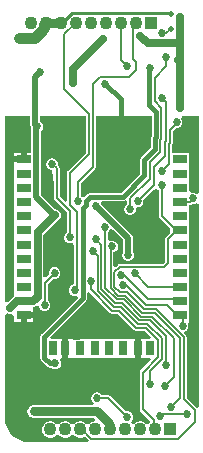
<source format=gtl>
%FSAX24Y24*%
%MOIN*%
G70*
G01*
G75*
G04 Layer_Physical_Order=1*
G04 Layer_Color=255*
%ADD10R,0.0512X0.0315*%
%ADD11R,0.0315X0.0512*%
%ADD12C,0.0197*%
%ADD13C,0.0080*%
%ADD14C,0.0150*%
%ADD15C,0.0250*%
%ADD16C,0.0350*%
%ADD17C,0.0060*%
%ADD18C,0.0300*%
%ADD19C,0.0200*%
%ADD20C,0.0100*%
%ADD21C,0.0430*%
%ADD22R,0.0430X0.0430*%
%ADD23C,0.0270*%
G36*
X071084Y046393D02*
X071075Y046381D01*
X071062Y046358D01*
X071054Y046332D01*
X071052Y046306D01*
Y045991D01*
X070729Y045668D01*
X070712Y045648D01*
X070700Y045624D01*
X070692Y045599D01*
X070689Y045572D01*
Y045131D01*
X070044Y044486D01*
X069020D01*
X068994Y044483D01*
X068968Y044475D01*
X068945Y044463D01*
X068924Y044446D01*
X068828Y044350D01*
X068725D01*
X068709Y044363D01*
X068701Y044367D01*
Y044808D01*
X069179Y045287D01*
X069195Y045308D01*
X069205Y045332D01*
X069209Y045358D01*
Y047050D01*
X071084D01*
Y046393D01*
D02*
G37*
G36*
X072635Y044106D02*
Y037369D01*
X072576Y037323D01*
X072561Y037317D01*
X072241Y037638D01*
Y039670D01*
X072238Y039693D01*
X072229Y039715D01*
X072214Y039734D01*
X072143Y039805D01*
X072175Y039869D01*
X072175D01*
D01*
Y039869D01*
X072175D01*
D01*
X072209Y039887D01*
X072239Y039911D01*
X072263Y039941D01*
X072281Y039975D01*
X072292Y040012D01*
X072296Y040050D01*
X072292Y040088D01*
X072281Y040125D01*
X072297Y040176D01*
X072314Y040185D01*
X072314D01*
Y040620D01*
D01*
Y040620D01*
X072314Y040620D01*
Y040658D01*
X072314D01*
Y041093D01*
D01*
Y041093D01*
X072314Y041093D01*
Y041130D01*
X072314D01*
Y041546D01*
X072314D01*
Y041546D01*
D01*
X072314Y041565D01*
Y041571D01*
Y041584D01*
Y041589D01*
Y041603D01*
X072314Y041616D01*
X072314Y041622D01*
X072314Y041622D01*
X072314D01*
Y042018D01*
X072314D01*
Y042018D01*
D01*
X072314Y042038D01*
Y042044D01*
Y042056D01*
Y042061D01*
Y042075D01*
X072314Y042089D01*
X072314Y042094D01*
X072314Y042094D01*
X072314D01*
Y042510D01*
D01*
Y042510D01*
X072314Y042510D01*
Y042547D01*
X072314D01*
Y042982D01*
D01*
Y042982D01*
X072314Y042982D01*
Y043020D01*
X072314D01*
Y043455D01*
D01*
Y043455D01*
X072314Y043455D01*
Y043492D01*
X072314D01*
Y043927D01*
D01*
Y043927D01*
X072314Y043927D01*
Y043965D01*
X072314D01*
Y044081D01*
X072332D01*
X072358Y044085D01*
X072383Y044095D01*
X072403Y044110D01*
X072412Y044108D01*
X072450Y044104D01*
X072488Y044108D01*
X072525Y044119D01*
X072559Y044137D01*
X072563Y044140D01*
X072635Y044106D01*
D02*
G37*
G36*
X071251Y044624D02*
X071261Y044611D01*
X071291Y044587D01*
X071309Y044577D01*
Y043700D01*
X071312Y043677D01*
X071321Y043655D01*
X071321Y043655D01*
X071321Y043655D01*
X071336Y043636D01*
X071683Y043289D01*
Y043161D01*
X071536Y043014D01*
X071521Y042995D01*
X071512Y042973D01*
X071509Y042950D01*
Y042188D01*
X071437Y042116D01*
X070007D01*
X069983Y042113D01*
X069977Y042110D01*
X069961Y042104D01*
X069943Y042089D01*
X069870Y042016D01*
X069796Y042047D01*
Y042510D01*
X069825Y042519D01*
X069859Y042537D01*
X069889Y042561D01*
X069913Y042591D01*
X069931Y042625D01*
X069942Y042662D01*
X069946Y042700D01*
X069942Y042738D01*
X069931Y042775D01*
X069913Y042809D01*
X069889Y042839D01*
X069859Y042863D01*
X069825Y042881D01*
X069788Y042892D01*
X069750Y042896D01*
X069712Y042892D01*
X069675Y042881D01*
X069674Y042881D01*
X069606Y042922D01*
Y043185D01*
X069609Y043187D01*
X069639Y043211D01*
X069663Y043241D01*
X069679Y043270D01*
X069690Y043272D01*
X069801Y043239D01*
X070124Y042916D01*
Y042526D01*
X070122Y042524D01*
X070104Y042490D01*
X070093Y042453D01*
X070089Y042415D01*
X070093Y042377D01*
X070104Y042340D01*
X070122Y042306D01*
X070146Y042276D01*
X070176Y042252D01*
X070210Y042234D01*
X070247Y042223D01*
X070285Y042219D01*
X070323Y042223D01*
X070360Y042234D01*
X070394Y042252D01*
X070424Y042276D01*
X070448Y042306D01*
X070466Y042340D01*
X070477Y042377D01*
X070481Y042415D01*
X070477Y042453D01*
X070466Y042490D01*
X070448Y042524D01*
X070446Y042526D01*
Y042982D01*
X070443Y043011D01*
X070443Y043014D01*
X070438Y043029D01*
X070434Y043044D01*
X070419Y043072D01*
X070399Y043096D01*
X069390Y044104D01*
X069394Y044184D01*
X069431Y044214D01*
X070100D01*
X070126Y044217D01*
X070152Y044225D01*
X070175Y044237D01*
X070177Y044238D01*
X070243Y044207D01*
X070249Y044201D01*
Y044117D01*
X070241Y044113D01*
X070211Y044089D01*
X070187Y044059D01*
X070169Y044025D01*
X070158Y043988D01*
X070154Y043950D01*
X070158Y043912D01*
X070169Y043875D01*
X070187Y043841D01*
X070211Y043811D01*
X070241Y043787D01*
X070275Y043769D01*
X070312Y043758D01*
X070350Y043754D01*
X070388Y043758D01*
X070425Y043769D01*
X070459Y043787D01*
X070489Y043811D01*
X070513Y043841D01*
X070531Y043875D01*
X070542Y043912D01*
X070546Y043950D01*
X070542Y043988D01*
X070600Y044004D01*
X070600Y044004D01*
Y044004D01*
X070638Y044008D01*
X070675Y044019D01*
X070709Y044037D01*
X070739Y044061D01*
X070763Y044091D01*
X070781Y044125D01*
X070792Y044162D01*
X070796Y044200D01*
X070792Y044238D01*
X070790Y044247D01*
X071123Y044580D01*
X071210Y044626D01*
X071251Y044624D01*
D02*
G37*
G36*
X068867Y045810D02*
X068279Y045221D01*
X068263Y045200D01*
X068253Y045176D01*
X068249Y045150D01*
X068249Y045150D01*
X068249D01*
X068249Y045150D01*
X068249D01*
Y044227D01*
X068175Y044197D01*
X068001Y044371D01*
Y045300D01*
D01*
Y045300D01*
X068001D01*
D01*
Y045300D01*
X068001D01*
Y045300D01*
D01*
D01*
D01*
D01*
D01*
D01*
D01*
D01*
D01*
X068001Y045300D01*
X067997Y045326D01*
X067994Y045334D01*
X067994Y045334D01*
X067987Y045350D01*
Y045350D01*
D01*
D01*
D01*
X067987Y045350D01*
X067981Y045359D01*
X067981Y045359D01*
X067974Y045368D01*
X067971Y045371D01*
X067971Y045371D01*
X067940Y045403D01*
D01*
X067942Y045412D01*
X067946Y045450D01*
X067942Y045488D01*
X067931Y045525D01*
X067913Y045559D01*
X067889Y045589D01*
X067859Y045613D01*
X067825Y045631D01*
X067788Y045642D01*
X067750Y045646D01*
X067712Y045642D01*
X067675Y045631D01*
X067641Y045613D01*
X067611Y045589D01*
X067587Y045559D01*
X067569Y045525D01*
X067558Y045488D01*
X067554Y045450D01*
X067558Y045412D01*
X067569Y045375D01*
X067587Y045341D01*
X067611Y045311D01*
X067641Y045287D01*
X067675Y045269D01*
X067712Y045258D01*
X067750Y045254D01*
X067799Y044755D01*
Y044329D01*
X067803Y044303D01*
X067813Y044279D01*
X067829Y044258D01*
X068249Y043838D01*
Y043167D01*
X068241Y043163D01*
X068211Y043139D01*
X068187Y043109D01*
X068169Y043075D01*
X068158Y043038D01*
X068154Y043000D01*
X068158Y042962D01*
X068169Y042925D01*
X068187Y042891D01*
X068211Y042861D01*
X068241Y042837D01*
X068275Y042819D01*
X068312Y042808D01*
X068350Y042804D01*
X068388Y042808D01*
X068420Y042817D01*
X068430Y042810D01*
X068484Y042708D01*
Y041444D01*
X068462Y041442D01*
X068425Y041431D01*
X068391Y041413D01*
X068361Y041389D01*
X068337Y041359D01*
X068319Y041325D01*
X068308Y041288D01*
X068304Y041250D01*
X068308Y041212D01*
X068319Y041175D01*
X068337Y041141D01*
X068361Y041111D01*
X068391Y041087D01*
X068425Y041069D01*
X068462Y041058D01*
X068500Y041054D01*
X068538Y041058D01*
X068567Y041067D01*
X068608Y040998D01*
X067397Y039787D01*
X067381Y039767D01*
X067368Y039743D01*
X067360Y039718D01*
X067358Y039691D01*
Y038989D01*
X067360Y038962D01*
X067368Y038937D01*
X067381Y038913D01*
X067397Y038893D01*
X067397Y038893D01*
X067397Y038893D01*
X067586Y038704D01*
Y038704D01*
X067586Y038704D01*
X067586Y038704D01*
Y038704D01*
X067607Y038687D01*
X067630Y038675D01*
X067655Y038667D01*
X067682Y038664D01*
X067709D01*
X067711Y038661D01*
X067741Y038637D01*
X067775Y038619D01*
X067812Y038608D01*
X067850Y038604D01*
X067888Y038608D01*
X067925Y038619D01*
X067959Y038637D01*
X067989Y038661D01*
X068013Y038691D01*
X068031Y038725D01*
X068042Y038762D01*
X068046Y038800D01*
X068042Y038838D01*
X068031Y038875D01*
X068013Y038909D01*
X068010Y038912D01*
X068044Y038984D01*
X068080D01*
Y039300D01*
Y039616D01*
X067715D01*
X067684Y039690D01*
X068866Y040872D01*
X068883Y040893D01*
X068889Y040904D01*
X068895Y040916D01*
X068899Y040929D01*
X068903Y040941D01*
X068906Y040968D01*
Y041142D01*
X068975Y041195D01*
X068980Y041197D01*
X069683Y040494D01*
X069704Y040478D01*
X069718Y040472D01*
X069728Y040468D01*
X069754Y040464D01*
X069947D01*
X070487Y039924D01*
X070508Y039908D01*
X070532Y039898D01*
X070558Y039894D01*
X070832D01*
X071037Y039690D01*
X071006Y039616D01*
X070720D01*
Y039300D01*
Y038984D01*
X071006D01*
X071037Y038911D01*
X070694Y038568D01*
X070678Y038547D01*
X070668Y038523D01*
X070664Y038496D01*
X070664Y038496D01*
X070664D01*
X070664Y038496D01*
X070664D01*
Y037298D01*
X070668Y037272D01*
X070678Y037247D01*
X070694Y037226D01*
X070922Y036998D01*
X071012Y036851D01*
X070973Y036781D01*
X070899D01*
X070884Y036798D01*
X070852Y036826D01*
X070815Y036849D01*
X070775Y036865D01*
X070733Y036876D01*
X070689Y036879D01*
X070646Y036876D01*
X070604Y036865D01*
X070564Y036849D01*
X070527Y036826D01*
X070494Y036798D01*
X070479Y036781D01*
X070445D01*
X070448D01*
X070394Y036840D01*
X070397Y036871D01*
X070401Y036875D01*
X070426Y036904D01*
X070444Y036938D01*
X070455Y036975D01*
X070459Y037013D01*
X070455Y037051D01*
X070444Y037088D01*
X070426Y037122D01*
X070401Y037152D01*
X070372Y037176D01*
X070338Y037194D01*
X070301Y037205D01*
X070263Y037209D01*
X070224Y037205D01*
X070205Y037199D01*
X069690Y037714D01*
X069671Y037729D01*
X069649Y037738D01*
X069626Y037741D01*
X069423D01*
X069413Y037759D01*
X069389Y037789D01*
X069359Y037813D01*
X069325Y037831D01*
X069288Y037842D01*
X069250Y037846D01*
X069212Y037842D01*
X069175Y037831D01*
X069141Y037813D01*
X069111Y037789D01*
X069087Y037759D01*
X069069Y037725D01*
X069058Y037688D01*
X069054Y037650D01*
X069058Y037612D01*
X069069Y037575D01*
X069087Y037541D01*
X069111Y037511D01*
X069141Y037487D01*
X069100Y037411D01*
X067135D01*
X067102Y037408D01*
X067070Y037400D01*
X067039Y037388D01*
X067011Y037370D01*
X066986Y037349D01*
X066964Y037324D01*
X066947Y037296D01*
X066934Y037265D01*
X066927Y037233D01*
X066924Y037200D01*
X066927Y037167D01*
X066934Y037135D01*
X066947Y037104D01*
X066964Y037076D01*
X066986Y037051D01*
X067011Y037030D01*
X067039Y037012D01*
X067070Y037000D01*
X067102Y036992D01*
X067135Y036989D01*
X069136D01*
X069182Y036924D01*
X069165Y036877D01*
X069146Y036876D01*
X069104Y036865D01*
X069064Y036849D01*
X069027Y036826D01*
X068994Y036798D01*
X068979Y036781D01*
X068899D01*
X068884Y036798D01*
X068852Y036826D01*
X068815Y036849D01*
X068775Y036865D01*
X068733Y036876D01*
X068689Y036879D01*
X068646Y036876D01*
X068604Y036865D01*
X068564Y036849D01*
X068527Y036826D01*
X068494Y036798D01*
X068479Y036781D01*
X068399D01*
X068384Y036798D01*
X068352Y036826D01*
X068315Y036849D01*
X068275Y036865D01*
X068233Y036876D01*
X068189Y036879D01*
X068146Y036876D01*
X068104Y036865D01*
X068064Y036849D01*
X068027Y036826D01*
X067994Y036798D01*
X067979Y036781D01*
X067899D01*
X067884Y036798D01*
X067852Y036826D01*
X067815Y036849D01*
X067775Y036865D01*
X067733Y036876D01*
X067689Y036879D01*
X067646Y036876D01*
X067604Y036865D01*
X067564Y036849D01*
X067527Y036826D01*
X067494Y036798D01*
X067466Y036765D01*
X067444Y036728D01*
X067427Y036688D01*
X067417Y036646D01*
X067414Y036603D01*
X067417Y036560D01*
X067427Y036518D01*
X067444Y036478D01*
X067466Y036441D01*
X067494Y036408D01*
X067527Y036380D01*
X067564Y036357D01*
X067604Y036341D01*
X067646Y036331D01*
X067689Y036327D01*
X067733Y036331D01*
X067775Y036341D01*
X067815Y036357D01*
X067852Y036380D01*
X067884Y036408D01*
X067899Y036426D01*
X067979D01*
X067994Y036408D01*
X068027Y036380D01*
X068064Y036357D01*
X068104Y036341D01*
X068146Y036331D01*
X068189Y036327D01*
X068233Y036331D01*
X068275Y036341D01*
X068315Y036357D01*
X068352Y036380D01*
X068384Y036408D01*
X068399Y036426D01*
X068479D01*
X068494Y036408D01*
X068527Y036380D01*
X068564Y036357D01*
X068604Y036341D01*
X068646Y036331D01*
X068689Y036327D01*
X068733Y036331D01*
X068775Y036341D01*
X068815Y036357D01*
X068852Y036380D01*
X068852Y036381D01*
X068983Y036250D01*
X068952Y036176D01*
X067000D01*
X066994Y036175D01*
X066919Y036179D01*
X066839Y036191D01*
X066761Y036211D01*
X066684Y036238D01*
X066611Y036272D01*
X066542Y036314D01*
X066477Y036362D01*
X066417Y036417D01*
X066362Y036477D01*
X066314Y036542D01*
X066272Y036611D01*
X066238Y036684D01*
X066211Y036761D01*
X066191Y036839D01*
X066179Y036919D01*
X066175Y036994D01*
X066176Y037000D01*
Y040408D01*
X066235Y040480D01*
X066244Y040485D01*
X066275Y040469D01*
X066312Y040458D01*
X066350Y040454D01*
X066388Y040458D01*
X066421Y040468D01*
X066428Y040463D01*
X066486Y040355D01*
Y040185D01*
X066702D01*
Y040403D01*
X066802D01*
Y040503D01*
X067117D01*
Y040620D01*
D01*
Y040620D01*
X067117Y040620D01*
Y040658D01*
D01*
X067117Y040682D01*
X067125Y040689D01*
X067125D01*
Y040689D01*
D01*
X067161Y040693D01*
X067196Y040703D01*
X067228Y040721D01*
X067234Y040725D01*
X067311Y040702D01*
X067319Y040675D01*
X067337Y040641D01*
X067361Y040611D01*
X067391Y040587D01*
X067425Y040569D01*
X067462Y040558D01*
X067500Y040554D01*
X067538Y040558D01*
X067575Y040569D01*
X067609Y040587D01*
X067639Y040611D01*
X067663Y040641D01*
X067681Y040675D01*
X067692Y040712D01*
X067696Y040750D01*
X067692Y040788D01*
X067681Y040825D01*
X067663Y040859D01*
X067639Y040889D01*
X067609Y040913D01*
X067601Y040917D01*
Y041448D01*
X067783Y041630D01*
X067792Y041628D01*
X067830Y041624D01*
X067868Y041628D01*
X067905Y041639D01*
X067939Y041657D01*
X067969Y041681D01*
X067993Y041711D01*
X068011Y041745D01*
X068022Y041782D01*
X068026Y041820D01*
X068022Y041858D01*
X068011Y041895D01*
X067993Y041929D01*
X067969Y041959D01*
X067939Y041983D01*
X067905Y042001D01*
X067868Y042012D01*
X067830Y042016D01*
X067792Y042012D01*
X067755Y042001D01*
X067721Y041983D01*
X067691Y041959D01*
X067667Y041929D01*
X067649Y041895D01*
X067638Y041858D01*
X067634Y041820D01*
X067638Y041782D01*
X067640Y041773D01*
X067535Y041667D01*
X067461Y041698D01*
Y043098D01*
X067940Y043577D01*
X067959Y043587D01*
X067989Y043611D01*
X068013Y043641D01*
X068031Y043675D01*
X068042Y043712D01*
X068046Y043750D01*
X068042Y043788D01*
X068031Y043825D01*
X068013Y043859D01*
X067989Y043889D01*
X067959Y043913D01*
X067925Y043931D01*
X067888Y043942D01*
X067850Y043946D01*
X067846Y043946D01*
X067378Y044414D01*
Y046553D01*
X067389Y046561D01*
X067413Y046591D01*
X067431Y046625D01*
X067442Y046662D01*
X067446Y046700D01*
X067442Y046738D01*
X067431Y046775D01*
X067413Y046809D01*
X067389Y046839D01*
X067359Y046863D01*
X067351Y046867D01*
Y047050D01*
X068867D01*
Y045810D01*
D02*
G37*
G36*
X072635Y044494D02*
X072563Y044460D01*
X072559Y044463D01*
X072525Y044481D01*
X072488Y044492D01*
X072450Y044496D01*
X072412Y044492D01*
X072379Y044482D01*
X072372Y044487D01*
X072314Y044595D01*
Y044872D01*
D01*
Y044872D01*
X072314Y044872D01*
Y044910D01*
X072314D01*
Y045345D01*
D01*
Y045345D01*
X072314Y045345D01*
Y045382D01*
X072314D01*
Y045817D01*
X071743D01*
Y046075D01*
X071746Y046078D01*
X071762Y046099D01*
X071772Y046124D01*
X071776Y046150D01*
Y046553D01*
X071879Y046656D01*
X071900Y046654D01*
X071938Y046658D01*
X071975Y046669D01*
X072009Y046687D01*
X072039Y046711D01*
X072063Y046741D01*
X072081Y046775D01*
X072092Y046812D01*
X072096Y046850D01*
X072092Y046888D01*
X072081Y046925D01*
X072063Y046959D01*
X072047Y046978D01*
X072072Y047029D01*
X072089Y047050D01*
X072635D01*
Y044494D01*
D02*
G37*
G36*
X067029Y046760D02*
X067032Y046731D01*
X067032Y046729D01*
X067037Y046714D01*
X067041Y046698D01*
X067049Y046685D01*
X067056Y046671D01*
X067057Y046670D01*
X067057Y046667D01*
Y045817D01*
X066902D01*
Y045600D01*
X066802D01*
Y045500D01*
X066486D01*
Y045382D01*
X066486Y045382D01*
X066486Y045345D01*
X066486D01*
Y044910D01*
X066486Y044910D01*
X066486Y044872D01*
X066486D01*
Y044437D01*
X066486Y044437D01*
X066486Y044400D01*
X066486D01*
Y043984D01*
X066486D01*
X066486Y043984D01*
X066486Y043965D01*
Y043946D01*
Y043927D01*
X066486Y043908D01*
X066486Y043908D01*
X066486D01*
Y043511D01*
X066486D01*
X066486Y043511D01*
X066486Y043492D01*
Y043474D01*
Y043455D01*
X066486Y043436D01*
X066486Y043436D01*
X066486D01*
Y043020D01*
X066486Y043020D01*
X066486Y042982D01*
X066486D01*
Y042547D01*
X066486Y042547D01*
X066486Y042510D01*
X066486D01*
Y042075D01*
X066486Y042075D01*
X066486Y042038D01*
X066486D01*
Y041603D01*
X066486Y041603D01*
X066486Y041565D01*
X066486D01*
Y041130D01*
X066486Y041130D01*
X066486Y041093D01*
X066486D01*
Y041037D01*
X066472Y041030D01*
X066444Y041007D01*
X066444Y041007D01*
X066287Y040850D01*
X066207Y040854D01*
X066176Y040892D01*
Y047050D01*
X067029D01*
Y046760D01*
D02*
G37*
%LPC*%
G36*
X070326Y039616D02*
Y039616D01*
X069910D01*
Y039616D01*
X069910Y039616D01*
X069891Y039616D01*
X069872D01*
X069854D01*
X069835Y039616D01*
X069835Y039616D01*
Y039616D01*
X069438D01*
Y039616D01*
X069438Y039616D01*
X069419Y039616D01*
X069400D01*
X069381D01*
X069362Y039616D01*
X069362Y039616D01*
Y039616D01*
X068965D01*
Y039616D01*
X068965Y039616D01*
X068946Y039616D01*
X068928D01*
X068909D01*
X068890Y039616D01*
X068890Y039616D01*
Y039616D01*
X068474D01*
D01*
D01*
X068474Y039616D01*
X068397D01*
Y039616D01*
X068280D01*
Y039300D01*
Y038984D01*
X068397D01*
Y038984D01*
X068397D01*
X068397Y038984D01*
X068474D01*
Y038984D01*
X068890D01*
Y038984D01*
X068890Y038984D01*
X068909Y038984D01*
X068928D01*
X068946D01*
X068965Y038984D01*
X068965Y038984D01*
Y038984D01*
X069362D01*
Y038984D01*
X069362Y038984D01*
X069381Y038984D01*
X069400D01*
X069419D01*
X069438Y038984D01*
X069438Y038984D01*
Y038984D01*
X069835D01*
Y038984D01*
X069835Y038984D01*
X069854Y038984D01*
X069872D01*
X069891D01*
X069910Y038984D01*
X069910Y038984D01*
Y038984D01*
X070326D01*
Y038984D01*
X070326D01*
X070326Y038984D01*
X070403D01*
Y038984D01*
X070520D01*
Y039300D01*
Y039616D01*
X070403D01*
D01*
D01*
X070403Y039616D01*
X070326D01*
D02*
G37*
G36*
X067117Y040303D02*
X066902D01*
Y040185D01*
X067117D01*
Y040303D01*
D02*
G37*
G36*
X066702Y045817D02*
X066486D01*
Y045700D01*
X066702D01*
Y045817D01*
D02*
G37*
%LPD*%
D10*
X066802Y040403D02*
D03*
Y040875D02*
D03*
Y041348D02*
D03*
Y041820D02*
D03*
Y042293D02*
D03*
Y042765D02*
D03*
Y043237D02*
D03*
Y043710D02*
D03*
Y044182D02*
D03*
Y044655D02*
D03*
Y045127D02*
D03*
Y045600D02*
D03*
X071998Y040875D02*
D03*
Y040403D02*
D03*
Y041348D02*
D03*
Y041820D02*
D03*
Y042293D02*
D03*
Y042765D02*
D03*
Y043237D02*
D03*
Y043710D02*
D03*
Y044182D02*
D03*
Y044655D02*
D03*
Y045127D02*
D03*
Y045600D02*
D03*
D11*
X067786Y039300D02*
D03*
X068180D02*
D03*
X068691D02*
D03*
X069164D02*
D03*
X069636D02*
D03*
X070109D02*
D03*
X070620D02*
D03*
X071014D02*
D03*
D12*
X071700Y049950D02*
D03*
Y050450D02*
D03*
D13*
X067500Y040750D02*
Y041490D01*
X067830Y041820D01*
X068496Y041254D02*
X068585Y041343D01*
Y043842D01*
X068350Y044077D01*
Y045150D01*
X068968Y045768D01*
Y047132D01*
X068155Y047945D01*
Y049769D01*
X068539Y050153D01*
X070039Y048911D02*
X070250Y048700D01*
X070539Y048589D02*
Y048850D01*
X070450Y048939D01*
Y050064D01*
X070539Y050153D01*
X070039D02*
Y048911D01*
X070539Y048589D02*
X070311Y048361D01*
X069361D01*
X069108Y048108D01*
Y045358D01*
X068600Y044850D01*
Y044200D01*
X067900Y044329D02*
X068350Y043879D01*
Y043000D01*
X068496Y041254D02*
X068500Y041250D01*
X069050Y041269D02*
Y041550D01*
Y041269D02*
X069754Y040565D01*
X069988D01*
X070558Y039995D01*
X070874D01*
X071272Y039598D01*
Y039003D01*
X070765Y038496D01*
Y037298D01*
X071146Y036916D01*
Y036646D01*
X072250Y037100D02*
X071405D01*
X071350Y037045D01*
X072100Y040050D02*
Y040301D01*
X071998Y040403D01*
X072047D01*
X071998D02*
X071910D01*
X071577Y040735D01*
X070865D01*
X070200Y041400D01*
X070100D01*
X070050Y041750D02*
X070150D01*
X070960Y040940D01*
X071934D01*
X071998Y040875D01*
X070350Y043950D02*
Y044300D01*
X071000Y044950D01*
Y045500D01*
X071363Y045863D01*
Y046233D01*
X071395Y046266D01*
Y047323D01*
X071165Y047553D01*
Y048315D01*
X071550Y048700D01*
Y049000D01*
X071400Y047650D02*
X071535Y047515D01*
Y046208D01*
X071503Y046175D01*
Y045717D01*
X071150Y045365D01*
Y044750D01*
X070600Y044200D01*
X071998Y044182D02*
X072332D01*
X072450Y044300D01*
X071675Y046150D02*
Y046595D01*
X071930Y046850D01*
X071900D01*
X071675Y046150D02*
X071643Y046117D01*
Y045443D01*
X071400Y045200D01*
X067900Y045300D02*
Y044329D01*
Y045300D02*
X067750Y045450D01*
D14*
X066350Y037750D02*
Y039450D01*
X066802Y039902D01*
Y040403D01*
X067297D01*
X067603D01*
X068100Y040900D01*
Y041100D01*
Y042100D01*
X068000D01*
X067950Y042150D01*
Y043200D01*
X068120Y043370D01*
Y043862D01*
X067452Y044529D01*
Y046521D01*
X067520Y046588D01*
X066800Y046000D02*
Y045601D01*
X066802Y045600D01*
X068770Y043988D02*
X068870Y044088D01*
Y044200D01*
X069020Y044350D01*
X070100D01*
X070825Y045075D01*
Y045572D01*
X071188Y045935D01*
Y046306D01*
X071220Y046338D01*
Y047170D01*
X070990Y047400D01*
Y048640D01*
X071000Y048650D01*
X069524Y048126D02*
X070050Y047600D01*
Y046884D01*
X068770Y043988D02*
Y040968D01*
X067493Y039691D01*
Y038989D01*
X067682Y038800D01*
X067850D01*
X068180Y039300D02*
Y039393D01*
X068478Y039691D02*
X068598D01*
X068658Y039751D01*
X070300Y039850D02*
X070330Y039820D01*
X070530D01*
X070620Y039730D01*
Y039300D01*
X072450Y040750D02*
Y043800D01*
X068550Y037250D02*
Y037200D01*
D15*
X066350Y040650D02*
X066575Y040875D01*
X066802D01*
X067125D01*
X067275Y041025D01*
Y043175D01*
X067850Y043750D01*
X072000Y047317D02*
Y048950D01*
Y049450D01*
Y050350D01*
X071970Y049480D02*
X072000Y049450D01*
X071970Y049480D02*
X070936D01*
X070694Y049722D01*
X071950Y048900D02*
X072000Y048950D01*
X069450Y049600D02*
X068450Y048600D01*
Y048150D01*
D16*
X066450Y046350D02*
X066800Y046000D01*
X066650Y049650D02*
X067173D01*
X067489Y049967D01*
Y050103D01*
X067539Y050153D01*
D17*
X068689Y036603D02*
X068758D01*
X069063Y036298D01*
X071942D01*
X072500Y036857D01*
Y037250D01*
X072150Y037600D01*
Y039670D01*
X071215Y040605D01*
X070811D01*
X070241Y041175D01*
X070007D01*
X069825Y041357D01*
Y041843D01*
X070007Y042025D01*
X071475D01*
X071600Y042150D01*
Y042950D01*
X071800Y043150D01*
Y043300D02*
X071400Y043700D01*
Y044750D01*
X069500Y043350D02*
X069515Y043335D01*
Y041327D01*
X069907Y040935D01*
X070142D01*
X070712Y040365D01*
X071085D01*
X071815Y039635D01*
Y038350D01*
X071508Y038042D01*
X071000Y038100D02*
Y038548D01*
X071402Y038949D01*
Y039652D01*
X070928Y040125D01*
X070612D01*
X070042Y040695D01*
X069808D01*
X069275Y041228D01*
Y042375D01*
X069100Y042550D01*
X069957Y041055D02*
X070191D01*
X070761Y040485D01*
X071165D01*
X072000Y039650D01*
Y037650D01*
X071700Y037350D01*
X071550Y038750D02*
Y039700D01*
X071005Y040245D01*
X070662D01*
X070092Y040815D01*
X069858D01*
X069395Y041278D01*
Y042755D01*
X069250Y042900D01*
X069750Y042700D02*
X069705Y042655D01*
Y041307D01*
X069957Y041055D01*
X071535Y038765D02*
X071535D01*
X071535D02*
X071550Y038750D01*
X069626Y037650D02*
X070263Y037013D01*
X069626Y037650D02*
X069250D01*
X070952Y041348D02*
X071998D01*
X070952D02*
X070500Y041800D01*
X071400Y049800D02*
X071550D01*
X071700Y049950D01*
D18*
X067135Y037200D02*
X068550D01*
X069250D01*
X069335Y037115D01*
Y037107D01*
X069607Y036835D01*
X069615D01*
X069689Y036761D01*
Y036603D01*
X068039Y050153D02*
X067539D01*
D19*
X067217Y044347D02*
Y046667D01*
X067250Y046700D01*
X067190Y046760D01*
Y048340D01*
X067350Y048500D01*
X067217Y044347D02*
X067815Y043750D01*
X067850D01*
X070285Y042415D02*
Y042982D01*
X069217Y044050D01*
X069200D01*
D20*
X068039Y050153D02*
X068080D01*
X068405Y050478D01*
X071672D01*
X071700Y050450D01*
D21*
X067039Y050153D02*
D03*
X067539D02*
D03*
X068039D02*
D03*
X068539D02*
D03*
X069039D02*
D03*
X069539D02*
D03*
X070039D02*
D03*
X070539D02*
D03*
X068689Y036603D02*
D03*
X068189D02*
D03*
X067689D02*
D03*
X069189D02*
D03*
X069689D02*
D03*
X070189D02*
D03*
X070689D02*
D03*
X071189D02*
D03*
D22*
X071689Y036603D02*
D03*
X071039Y050153D02*
D03*
D23*
X066350Y037750D02*
D03*
X067135Y037200D02*
D03*
X068550D02*
D03*
X069250Y037650D02*
D03*
X070263Y037013D02*
D03*
X071350Y037045D02*
D03*
X071700Y037350D02*
D03*
X071508Y038042D02*
D03*
X071000Y038100D02*
D03*
X072250Y037100D02*
D03*
X071535Y038765D02*
D03*
X072100Y040050D02*
D03*
X072450Y040750D02*
D03*
Y043800D02*
D03*
Y044300D02*
D03*
X071900Y046000D02*
D03*
Y046850D02*
D03*
X070950Y046450D02*
D03*
X071400Y045200D02*
D03*
Y044750D02*
D03*
X070800Y042685D02*
D03*
X070600Y044200D02*
D03*
X070350Y043950D02*
D03*
X069200Y044050D02*
D03*
X069500Y043350D02*
D03*
X069200Y042950D02*
D03*
X069750Y042700D02*
D03*
X070285Y042415D02*
D03*
X070500Y041800D02*
D03*
X070050Y041750D02*
D03*
X070100Y041400D02*
D03*
X070300Y039850D02*
D03*
X069050Y041550D02*
D03*
X068500Y041250D02*
D03*
X067830Y041820D02*
D03*
X067950Y042150D02*
D03*
X069100Y042550D02*
D03*
X068100Y041100D02*
D03*
X068658Y039751D02*
D03*
X067850Y038800D02*
D03*
X067297Y040403D02*
D03*
X067500Y040750D02*
D03*
X066350Y040650D02*
D03*
X066950Y039500D02*
D03*
X068350Y043000D02*
D03*
X067850Y043750D02*
D03*
X068600Y044200D02*
D03*
X067750Y045450D02*
D03*
X070050Y046884D02*
D03*
X071400Y047650D02*
D03*
X072000Y047317D02*
D03*
X071950Y048900D02*
D03*
X071550Y049000D02*
D03*
X071000Y048650D02*
D03*
X070694Y049722D02*
D03*
X071400Y049800D02*
D03*
X072000Y050350D02*
D03*
X069450Y049600D02*
D03*
X070250Y048700D02*
D03*
X069524Y048126D02*
D03*
X068450Y048150D02*
D03*
X068733Y046884D02*
D03*
X067350Y048500D02*
D03*
X067600Y046885D02*
D03*
X067250Y046700D02*
D03*
X066450Y046900D02*
D03*
X066800Y046000D02*
D03*
X066650Y049650D02*
D03*
M02*

</source>
